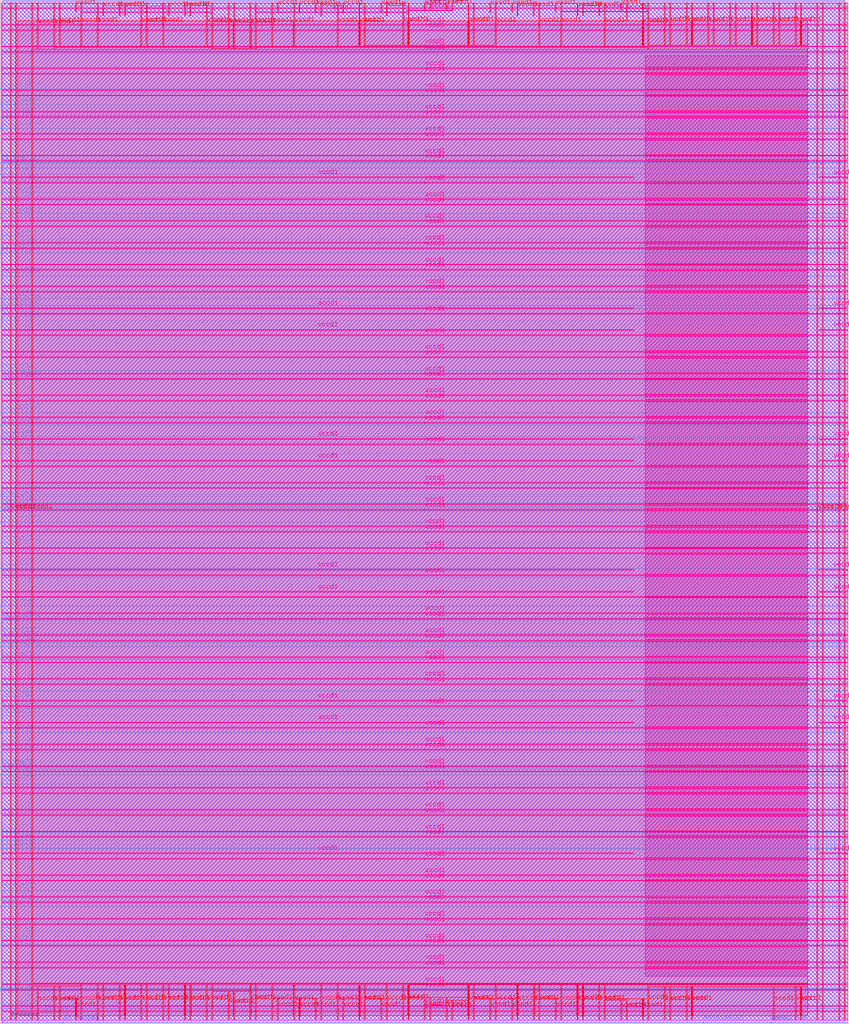
<source format=lef>
VERSION 5.7 ;
  NOWIREEXTENSIONATPIN ON ;
  DIVIDERCHAR "/" ;
  BUSBITCHARS "[]" ;
MACRO efpga_core
  CLASS BLOCK ;
  FOREIGN efpga_core ;
  ORIGIN 0.000 0.000 ;
  SIZE 2920.000 BY 3520.000 ;
  PIN ComActive
    DIRECTION OUTPUT ;
    USE SIGNAL ;
    ANTENNADIFFAREA 2.673000 ;
    PORT
      LAYER met2 ;
        RECT 2646.930 0.000 2647.210 4.000 ;
    END
  END ComActive
  PIN ReceiveLED
    DIRECTION OUTPUT ;
    USE SIGNAL ;
    ANTENNADIFFAREA 2.673000 ;
    PORT
      LAYER met2 ;
        RECT 2418.310 0.000 2418.590 4.000 ;
    END
  END ReceiveLED
  PIN Rx
    DIRECTION INPUT ;
    USE SIGNAL ;
    ANTENNAGATEAREA 0.196500 ;
    PORT
      LAYER met2 ;
        RECT 2653.370 0.000 2653.650 4.000 ;
    END
  END Rx
  PIN clk
    DIRECTION INPUT ;
    USE SIGNAL ;
    ANTENNAGATEAREA 0.213000 ;
    PORT
      LAYER met3 ;
        RECT 0.000 3335.440 4.000 3336.040 ;
    END
  END clk
  PIN io_in[0]
    DIRECTION INPUT ;
    USE SIGNAL ;
    ANTENNAGATEAREA 0.213000 ;
    PORT
      LAYER met3 ;
        RECT 0.000 112.240 4.000 112.840 ;
    END
  END io_in[0]
  PIN io_in[10]
    DIRECTION INPUT ;
    USE SIGNAL ;
    ANTENNAGATEAREA 0.126000 ;
    PORT
      LAYER met3 ;
        RECT 0.000 1309.040 4.000 1309.640 ;
    END
  END io_in[10]
  PIN io_in[11]
    DIRECTION INPUT ;
    USE SIGNAL ;
    ANTENNAGATEAREA 0.196500 ;
    PORT
      LAYER met3 ;
        RECT 0.000 1336.240 4.000 1336.840 ;
    END
  END io_in[11]
  PIN io_in[12]
    DIRECTION INPUT ;
    USE SIGNAL ;
    ANTENNAGATEAREA 0.126000 ;
    PORT
      LAYER met3 ;
        RECT 0.000 1533.440 4.000 1534.040 ;
    END
  END io_in[12]
  PIN io_in[13]
    DIRECTION INPUT ;
    USE SIGNAL ;
    ANTENNAGATEAREA 0.196500 ;
    PORT
      LAYER met3 ;
        RECT 0.000 1564.040 4.000 1564.640 ;
    END
  END io_in[13]
  PIN io_in[14]
    DIRECTION INPUT ;
    USE SIGNAL ;
    ANTENNAGATEAREA 0.126000 ;
    PORT
      LAYER met3 ;
        RECT 0.000 1761.240 4.000 1761.840 ;
    END
  END io_in[14]
  PIN io_in[15]
    DIRECTION INPUT ;
    USE SIGNAL ;
    ANTENNAGATEAREA 0.196500 ;
    PORT
      LAYER met3 ;
        RECT 0.000 1788.440 4.000 1789.040 ;
    END
  END io_in[15]
  PIN io_in[16]
    DIRECTION INPUT ;
    USE SIGNAL ;
    ANTENNAGATEAREA 0.126000 ;
    PORT
      LAYER met3 ;
        RECT 0.000 1989.040 4.000 1989.640 ;
    END
  END io_in[16]
  PIN io_in[17]
    DIRECTION INPUT ;
    USE SIGNAL ;
    ANTENNAGATEAREA 0.196500 ;
    PORT
      LAYER met3 ;
        RECT 0.000 2016.240 4.000 2016.840 ;
    END
  END io_in[17]
  PIN io_in[18]
    DIRECTION INPUT ;
    USE SIGNAL ;
    ANTENNAGATEAREA 0.126000 ;
    PORT
      LAYER met3 ;
        RECT 0.000 2213.440 4.000 2214.040 ;
    END
  END io_in[18]
  PIN io_in[19]
    DIRECTION INPUT ;
    USE SIGNAL ;
    ANTENNAGATEAREA 0.196500 ;
    PORT
      LAYER met3 ;
        RECT 0.000 2244.040 4.000 2244.640 ;
    END
  END io_in[19]
  PIN io_in[1]
    DIRECTION INPUT ;
    USE SIGNAL ;
    ANTENNAGATEAREA 0.213000 ;
    PORT
      LAYER met3 ;
        RECT 0.000 115.640 4.000 116.240 ;
    END
  END io_in[1]
  PIN io_in[20]
    DIRECTION INPUT ;
    USE SIGNAL ;
    ANTENNAGATEAREA 0.126000 ;
    PORT
      LAYER met3 ;
        RECT 0.000 2441.240 4.000 2441.840 ;
    END
  END io_in[20]
  PIN io_in[21]
    DIRECTION INPUT ;
    USE SIGNAL ;
    ANTENNAGATEAREA 0.196500 ;
    PORT
      LAYER met3 ;
        RECT 0.000 2468.440 4.000 2469.040 ;
    END
  END io_in[21]
  PIN io_in[22]
    DIRECTION INPUT ;
    USE SIGNAL ;
    ANTENNAGATEAREA 0.126000 ;
    PORT
      LAYER met3 ;
        RECT 0.000 2665.640 4.000 2666.240 ;
    END
  END io_in[22]
  PIN io_in[23]
    DIRECTION INPUT ;
    USE SIGNAL ;
    ANTENNAGATEAREA 0.196500 ;
    PORT
      LAYER met3 ;
        RECT 0.000 2696.240 4.000 2696.840 ;
    END
  END io_in[23]
  PIN io_in[24]
    DIRECTION INPUT ;
    USE SIGNAL ;
    ANTENNAGATEAREA 0.126000 ;
    PORT
      LAYER met3 ;
        RECT 0.000 2893.440 4.000 2894.040 ;
    END
  END io_in[24]
  PIN io_in[25]
    DIRECTION INPUT ;
    USE SIGNAL ;
    ANTENNAGATEAREA 0.196500 ;
    PORT
      LAYER met3 ;
        RECT 0.000 2920.640 4.000 2921.240 ;
    END
  END io_in[25]
  PIN io_in[26]
    DIRECTION INPUT ;
    USE SIGNAL ;
    ANTENNAGATEAREA 0.126000 ;
    PORT
      LAYER met3 ;
        RECT 0.000 3117.840 4.000 3118.440 ;
    END
  END io_in[26]
  PIN io_in[27]
    DIRECTION INPUT ;
    USE SIGNAL ;
    ANTENNAGATEAREA 0.196500 ;
    PORT
      LAYER met3 ;
        RECT 0.000 3148.440 4.000 3149.040 ;
    END
  END io_in[27]
  PIN io_in[2]
    DIRECTION INPUT ;
    USE SIGNAL ;
    ANTENNAGATEAREA 0.126000 ;
    PORT
      LAYER met3 ;
        RECT 0.000 401.240 4.000 401.840 ;
    END
  END io_in[2]
  PIN io_in[3]
    DIRECTION INPUT ;
    USE SIGNAL ;
    ANTENNAGATEAREA 0.196500 ;
    PORT
      LAYER met3 ;
        RECT 0.000 431.840 4.000 432.440 ;
    END
  END io_in[3]
  PIN io_in[4]
    DIRECTION INPUT ;
    USE SIGNAL ;
    ANTENNAGATEAREA 0.126000 ;
    PORT
      LAYER met3 ;
        RECT 0.000 629.040 4.000 629.640 ;
    END
  END io_in[4]
  PIN io_in[5]
    DIRECTION INPUT ;
    USE SIGNAL ;
    ANTENNAGATEAREA 0.196500 ;
    PORT
      LAYER met3 ;
        RECT 0.000 656.240 4.000 656.840 ;
    END
  END io_in[5]
  PIN io_in[6]
    DIRECTION INPUT ;
    USE SIGNAL ;
    ANTENNAGATEAREA 0.126000 ;
    PORT
      LAYER met3 ;
        RECT 0.000 853.440 4.000 854.040 ;
    END
  END io_in[6]
  PIN io_in[7]
    DIRECTION INPUT ;
    USE SIGNAL ;
    ANTENNAGATEAREA 0.196500 ;
    PORT
      LAYER met3 ;
        RECT 0.000 884.040 4.000 884.640 ;
    END
  END io_in[7]
  PIN io_in[8]
    DIRECTION INPUT ;
    USE SIGNAL ;
    ANTENNAGATEAREA 0.126000 ;
    PORT
      LAYER met3 ;
        RECT 0.000 1081.240 4.000 1081.840 ;
    END
  END io_in[8]
  PIN io_in[9]
    DIRECTION INPUT ;
    USE SIGNAL ;
    ANTENNAGATEAREA 0.196500 ;
    PORT
      LAYER met3 ;
        RECT 0.000 1111.840 4.000 1112.440 ;
    END
  END io_in[9]
  PIN io_oeb[0]
    DIRECTION OUTPUT ;
    USE SIGNAL ;
    ANTENNADIFFAREA 2.673000 ;
    PORT
      LAYER met2 ;
        RECT 215.830 0.000 216.110 4.000 ;
    END
  END io_oeb[0]
  PIN io_oeb[10]
    DIRECTION OUTPUT ;
    USE SIGNAL ;
    ANTENNADIFFAREA 2.673000 ;
    PORT
      LAYER met3 ;
        RECT 0.000 1251.240 4.000 1251.840 ;
    END
  END io_oeb[10]
  PIN io_oeb[11]
    DIRECTION OUTPUT ;
    USE SIGNAL ;
    ANTENNADIFFAREA 2.673000 ;
    PORT
      LAYER met3 ;
        RECT 0.000 1390.640 4.000 1391.240 ;
    END
  END io_oeb[11]
  PIN io_oeb[12]
    DIRECTION OUTPUT ;
    USE SIGNAL ;
    ANTENNADIFFAREA 2.673000 ;
    PORT
      LAYER met3 ;
        RECT 0.000 1227.440 4.000 1228.040 ;
    END
  END io_oeb[12]
  PIN io_oeb[13]
    DIRECTION OUTPUT ;
    USE SIGNAL ;
    ANTENNADIFFAREA 2.673000 ;
    PORT
      LAYER met3 ;
        RECT 0.000 1142.440 4.000 1143.040 ;
    END
  END io_oeb[13]
  PIN io_oeb[14]
    DIRECTION OUTPUT ;
    USE SIGNAL ;
    ANTENNADIFFAREA 2.673000 ;
    PORT
      LAYER met3 ;
        RECT 0.000 1723.840 4.000 1724.440 ;
    END
  END io_oeb[14]
  PIN io_oeb[15]
    DIRECTION OUTPUT ;
    USE SIGNAL ;
    ANTENNADIFFAREA 2.673000 ;
    PORT
      LAYER met3 ;
        RECT 0.000 1339.640 4.000 1340.240 ;
    END
  END io_oeb[15]
  PIN io_oeb[16]
    DIRECTION OUTPUT ;
    USE SIGNAL ;
    ANTENNADIFFAREA 2.673000 ;
    PORT
      LAYER met3 ;
        RECT 0.000 1958.440 4.000 1959.040 ;
    END
  END io_oeb[16]
  PIN io_oeb[17]
    DIRECTION OUTPUT ;
    USE SIGNAL ;
    ANTENNADIFFAREA 2.673000 ;
    PORT
      LAYER met3 ;
        RECT 0.000 2009.440 4.000 2010.040 ;
    END
  END io_oeb[17]
  PIN io_oeb[18]
    DIRECTION OUTPUT ;
    USE SIGNAL ;
    ANTENNADIFFAREA 2.673000 ;
    PORT
      LAYER met3 ;
        RECT 0.000 2570.440 4.000 2571.040 ;
    END
  END io_oeb[18]
  PIN io_oeb[19]
    DIRECTION OUTPUT ;
    USE SIGNAL ;
    ANTENNADIFFAREA 2.673000 ;
    PORT
      LAYER met3 ;
        RECT 0.000 2097.840 4.000 2098.440 ;
    END
  END io_oeb[19]
  PIN io_oeb[1]
    DIRECTION OUTPUT ;
    USE SIGNAL ;
    ANTENNADIFFAREA 2.673000 ;
    PORT
      LAYER met3 ;
        RECT 0.000 51.040 4.000 51.640 ;
    END
  END io_oeb[1]
  PIN io_oeb[20]
    DIRECTION OUTPUT ;
    USE SIGNAL ;
    ANTENNADIFFAREA 2.673000 ;
    PORT
      LAYER met3 ;
        RECT 0.000 2648.640 4.000 2649.240 ;
    END
  END io_oeb[20]
  PIN io_oeb[21]
    DIRECTION OUTPUT ;
    USE SIGNAL ;
    ANTENNADIFFAREA 2.673000 ;
    PORT
      LAYER met3 ;
        RECT 0.000 2784.640 4.000 2785.240 ;
    END
  END io_oeb[21]
  PIN io_oeb[22]
    DIRECTION OUTPUT ;
    USE SIGNAL ;
    ANTENNADIFFAREA 2.673000 ;
    PORT
      LAYER met3 ;
        RECT 0.000 2458.240 4.000 2458.840 ;
    END
  END io_oeb[22]
  PIN io_oeb[23]
    DIRECTION OUTPUT ;
    USE SIGNAL ;
    ANTENNADIFFAREA 2.673000 ;
    PORT
      LAYER met3 ;
        RECT 0.000 2771.040 4.000 2771.640 ;
    END
  END io_oeb[23]
  PIN io_oeb[24]
    DIRECTION OUTPUT ;
    USE SIGNAL ;
    ANTENNADIFFAREA 2.673000 ;
    PORT
      LAYER met3 ;
        RECT 0.000 2958.040 4.000 2958.640 ;
    END
  END io_oeb[24]
  PIN io_oeb[25]
    DIRECTION OUTPUT ;
    USE SIGNAL ;
    ANTENNADIFFAREA 2.673000 ;
    PORT
      LAYER met3 ;
        RECT 0.000 2839.040 4.000 2839.640 ;
    END
  END io_oeb[25]
  PIN io_oeb[26]
    DIRECTION OUTPUT ;
    USE SIGNAL ;
    ANTENNADIFFAREA 2.673000 ;
    PORT
      LAYER met3 ;
        RECT 0.000 2856.040 4.000 2856.640 ;
    END
  END io_oeb[26]
  PIN io_oeb[27]
    DIRECTION OUTPUT ;
    USE SIGNAL ;
    ANTENNADIFFAREA 2.673000 ;
    PORT
      LAYER met3 ;
        RECT 0.000 3213.040 4.000 3213.640 ;
    END
  END io_oeb[27]
  PIN io_oeb[2]
    DIRECTION OUTPUT ;
    USE SIGNAL ;
    ANTENNADIFFAREA 2.673000 ;
    PORT
      LAYER met3 ;
        RECT 0.000 598.440 4.000 599.040 ;
    END
  END io_oeb[2]
  PIN io_oeb[3]
    DIRECTION OUTPUT ;
    USE SIGNAL ;
    ANTENNADIFFAREA 2.673000 ;
    PORT
      LAYER met3 ;
        RECT 0.000 615.440 4.000 616.040 ;
    END
  END io_oeb[3]
  PIN io_oeb[4]
    DIRECTION OUTPUT ;
    USE SIGNAL ;
    ANTENNADIFFAREA 2.673000 ;
    PORT
      LAYER met3 ;
        RECT 0.000 268.640 4.000 269.240 ;
    END
  END io_oeb[4]
  PIN io_oeb[5]
    DIRECTION OUTPUT ;
    USE SIGNAL ;
    ANTENNADIFFAREA 2.673000 ;
    PORT
      LAYER met3 ;
        RECT 0.000 1387.240 4.000 1387.840 ;
    END
  END io_oeb[5]
  PIN io_oeb[6]
    DIRECTION OUTPUT ;
    USE SIGNAL ;
    ANTENNADIFFAREA 2.673000 ;
    PORT
      LAYER met3 ;
        RECT 0.000 720.840 4.000 721.440 ;
    END
  END io_oeb[6]
  PIN io_oeb[7]
    DIRECTION OUTPUT ;
    USE SIGNAL ;
    ANTENNADIFFAREA 2.673000 ;
    PORT
      LAYER met3 ;
        RECT 0.000 822.840 4.000 823.440 ;
    END
  END io_oeb[7]
  PIN io_oeb[8]
    DIRECTION OUTPUT ;
    USE SIGNAL ;
    ANTENNADIFFAREA 2.673000 ;
    PORT
      LAYER met3 ;
        RECT 0.000 999.640 4.000 1000.240 ;
    END
  END io_oeb[8]
  PIN io_oeb[9]
    DIRECTION OUTPUT ;
    USE SIGNAL ;
    ANTENNADIFFAREA 2.673000 ;
    PORT
      LAYER met3 ;
        RECT 0.000 880.640 4.000 881.240 ;
    END
  END io_oeb[9]
  PIN io_out[0]
    DIRECTION OUTPUT ;
    USE SIGNAL ;
    ANTENNADIFFAREA 2.673000 ;
    PORT
      LAYER met2 ;
        RECT 212.610 0.000 212.890 4.000 ;
    END
  END io_out[0]
  PIN io_out[10]
    DIRECTION OUTPUT ;
    USE SIGNAL ;
    ANTENNADIFFAREA 2.673000 ;
    PORT
      LAYER met3 ;
        RECT 0.000 1295.440 4.000 1296.040 ;
    END
  END io_out[10]
  PIN io_out[11]
    DIRECTION OUTPUT ;
    USE SIGNAL ;
    ANTENNADIFFAREA 2.673000 ;
    PORT
      LAYER met3 ;
        RECT 0.000 1057.440 4.000 1058.040 ;
    END
  END io_out[11]
  PIN io_out[12]
    DIRECTION OUTPUT ;
    USE SIGNAL ;
    ANTENNADIFFAREA 2.673000 ;
    PORT
      LAYER met3 ;
        RECT 0.000 1652.440 4.000 1653.040 ;
    END
  END io_out[12]
  PIN io_out[13]
    DIRECTION OUTPUT ;
    USE SIGNAL ;
    ANTENNADIFFAREA 2.673000 ;
    PORT
      LAYER met3 ;
        RECT 0.000 1819.040 4.000 1819.640 ;
    END
  END io_out[13]
  PIN io_out[14]
    DIRECTION OUTPUT ;
    USE SIGNAL ;
    ANTENNADIFFAREA 2.673000 ;
    PORT
      LAYER met3 ;
        RECT 0.000 1373.640 4.000 1374.240 ;
    END
  END io_out[14]
  PIN io_out[15]
    DIRECTION OUTPUT ;
    USE SIGNAL ;
    ANTENNADIFFAREA 2.673000 ;
    PORT
      LAYER met3 ;
        RECT 0.000 1812.240 4.000 1812.840 ;
    END
  END io_out[15]
  PIN io_out[16]
    DIRECTION OUTPUT ;
    USE SIGNAL ;
    ANTENNADIFFAREA 2.673000 ;
    PORT
      LAYER met3 ;
        RECT 0.000 2220.240 4.000 2220.840 ;
    END
  END io_out[16]
  PIN io_out[17]
    DIRECTION OUTPUT ;
    USE SIGNAL ;
    ANTENNADIFFAREA 2.673000 ;
    PORT
      LAYER met3 ;
        RECT 0.000 1774.840 4.000 1775.440 ;
    END
  END io_out[17]
  PIN io_out[18]
    DIRECTION OUTPUT ;
    USE SIGNAL ;
    ANTENNADIFFAREA 2.673000 ;
    PORT
      LAYER met3 ;
        RECT 0.000 2057.040 4.000 2057.640 ;
    END
  END io_out[18]
  PIN io_out[19]
    DIRECTION OUTPUT ;
    USE SIGNAL ;
    ANTENNADIFFAREA 2.673000 ;
    PORT
      LAYER met3 ;
        RECT 0.000 2101.240 4.000 2101.840 ;
    END
  END io_out[19]
  PIN io_out[1]
    DIRECTION OUTPUT ;
    USE SIGNAL ;
    ANTENNADIFFAREA 2.673000 ;
    PORT
      LAYER met3 ;
        RECT 0.000 119.040 4.000 119.640 ;
    END
  END io_out[1]
  PIN io_out[20]
    DIRECTION OUTPUT ;
    USE SIGNAL ;
    ANTENNADIFFAREA 2.673000 ;
    PORT
      LAYER met3 ;
        RECT 0.000 2941.040 4.000 2941.640 ;
    END
  END io_out[20]
  PIN io_out[21]
    DIRECTION OUTPUT ;
    USE SIGNAL ;
    ANTENNADIFFAREA 2.673000 ;
    PORT
      LAYER met3 ;
        RECT 0.000 2492.240 4.000 2492.840 ;
    END
  END io_out[21]
  PIN io_out[22]
    DIRECTION OUTPUT ;
    USE SIGNAL ;
    ANTENNADIFFAREA 2.673000 ;
    PORT
      LAYER met3 ;
        RECT 0.000 2417.440 4.000 2418.040 ;
    END
  END io_out[22]
  PIN io_out[23]
    DIRECTION OUTPUT ;
    USE SIGNAL ;
    ANTENNADIFFAREA 2.673000 ;
    PORT
      LAYER met3 ;
        RECT 0.000 3121.240 4.000 3121.840 ;
    END
  END io_out[23]
  PIN io_out[24]
    DIRECTION OUTPUT ;
    USE SIGNAL ;
    ANTENNADIFFAREA 2.673000 ;
    PORT
      LAYER met3 ;
        RECT 0.000 2961.440 4.000 2962.040 ;
    END
  END io_out[24]
  PIN io_out[25]
    DIRECTION OUTPUT ;
    USE SIGNAL ;
    ANTENNADIFFAREA 2.673000 ;
    PORT
      LAYER met3 ;
        RECT 0.000 3158.640 4.000 3159.240 ;
    END
  END io_out[25]
  PIN io_out[26]
    DIRECTION OUTPUT ;
    USE SIGNAL ;
    ANTENNADIFFAREA 2.673000 ;
    PORT
      LAYER met3 ;
        RECT 0.000 3077.040 4.000 3077.640 ;
    END
  END io_out[26]
  PIN io_out[27]
    DIRECTION OUTPUT ;
    USE SIGNAL ;
    ANTENNADIFFAREA 2.673000 ;
    PORT
      LAYER met2 ;
        RECT 96.690 3516.000 96.970 3520.000 ;
    END
  END io_out[27]
  PIN io_out[2]
    DIRECTION OUTPUT ;
    USE SIGNAL ;
    ANTENNADIFFAREA 2.673000 ;
    PORT
      LAYER met3 ;
        RECT 0.000 455.640 4.000 456.240 ;
    END
  END io_out[2]
  PIN io_out[3]
    DIRECTION OUTPUT ;
    USE SIGNAL ;
    ANTENNADIFFAREA 2.673000 ;
    PORT
      LAYER met3 ;
        RECT 0.000 316.240 4.000 316.840 ;
    END
  END io_out[3]
  PIN io_out[4]
    DIRECTION OUTPUT ;
    USE SIGNAL ;
    ANTENNADIFFAREA 2.673000 ;
    PORT
      LAYER met3 ;
        RECT 0.000 1434.840 4.000 1435.440 ;
    END
  END io_out[4]
  PIN io_out[5]
    DIRECTION OUTPUT ;
    USE SIGNAL ;
    ANTENNADIFFAREA 2.673000 ;
    PORT
      LAYER met3 ;
        RECT 0.000 601.840 4.000 602.440 ;
    END
  END io_out[5]
  PIN io_out[6]
    DIRECTION OUTPUT ;
    USE SIGNAL ;
    ANTENNADIFFAREA 2.673000 ;
    PORT
      LAYER met3 ;
        RECT 0.000 873.840 4.000 874.440 ;
    END
  END io_out[6]
  PIN io_out[7]
    DIRECTION OUTPUT ;
    USE SIGNAL ;
    ANTENNADIFFAREA 2.673000 ;
    PORT
      LAYER met3 ;
        RECT 0.000 282.240 4.000 282.840 ;
    END
  END io_out[7]
  PIN io_out[8]
    DIRECTION OUTPUT ;
    USE SIGNAL ;
    ANTENNADIFFAREA 2.673000 ;
    PORT
      LAYER met3 ;
        RECT 0.000 955.440 4.000 956.040 ;
    END
  END io_out[8]
  PIN io_out[9]
    DIRECTION OUTPUT ;
    USE SIGNAL ;
    ANTENNADIFFAREA 2.673000 ;
    PORT
      LAYER met3 ;
        RECT 0.000 931.640 4.000 932.240 ;
    END
  END io_out[9]
  PIN resetn
    DIRECTION INPUT ;
    USE SIGNAL ;
    ANTENNAGATEAREA 0.196500 ;
    PORT
      LAYER met2 ;
        RECT 2650.150 0.000 2650.430 4.000 ;
    END
  END resetn
  PIN vccd1
    DIRECTION INOUT ;
    USE POWER ;
    PORT
      LAYER met4 ;
        RECT 52.570 10.640 55.670 3509.040 ;
    END
    PORT
      LAYER met4 ;
        RECT 127.570 10.640 130.670 127.395 ;
    END
    PORT
      LAYER met4 ;
        RECT 127.570 3350.425 130.670 3509.040 ;
    END
    PORT
      LAYER met4 ;
        RECT 202.570 10.640 205.670 126.000 ;
    END
    PORT
      LAYER met4 ;
        RECT 202.570 3357.905 205.670 3509.040 ;
    END
    PORT
      LAYER met4 ;
        RECT 277.570 10.640 280.670 131.275 ;
    END
    PORT
      LAYER met4 ;
        RECT 277.570 3357.905 280.670 3509.040 ;
    END
    PORT
      LAYER met4 ;
        RECT 352.570 10.640 355.670 131.275 ;
    END
    PORT
      LAYER met4 ;
        RECT 352.570 3465.065 355.670 3509.040 ;
    END
    PORT
      LAYER met4 ;
        RECT 427.570 10.640 430.670 131.275 ;
    END
    PORT
      LAYER met4 ;
        RECT 427.570 3465.065 430.670 3509.040 ;
    END
    PORT
      LAYER met4 ;
        RECT 502.570 10.640 505.670 131.275 ;
    END
    PORT
      LAYER met4 ;
        RECT 502.570 3357.905 505.670 3509.040 ;
    END
    PORT
      LAYER met4 ;
        RECT 577.570 10.640 580.670 131.275 ;
    END
    PORT
      LAYER met4 ;
        RECT 577.570 3465.065 580.670 3509.040 ;
    END
    PORT
      LAYER met4 ;
        RECT 652.570 10.640 655.670 131.275 ;
    END
    PORT
      LAYER met4 ;
        RECT 652.570 3465.065 655.670 3509.040 ;
    END
    PORT
      LAYER met4 ;
        RECT 727.570 10.640 730.670 135.355 ;
    END
    PORT
      LAYER met4 ;
        RECT 727.570 3351.105 730.670 3509.040 ;
    END
    PORT
      LAYER met4 ;
        RECT 802.570 10.640 805.670 110.135 ;
    END
    PORT
      LAYER met4 ;
        RECT 802.570 3351.105 805.670 3509.040 ;
    END
    PORT
      LAYER met4 ;
        RECT 877.570 10.640 880.670 135.355 ;
    END
    PORT
      LAYER met4 ;
        RECT 877.570 3351.105 880.670 3509.040 ;
    END
    PORT
      LAYER met4 ;
        RECT 952.570 10.640 955.670 84.940 ;
    END
    PORT
      LAYER met4 ;
        RECT 952.570 3478.020 955.670 3509.040 ;
    END
    PORT
      LAYER met4 ;
        RECT 1027.570 10.640 1030.670 84.940 ;
    END
    PORT
      LAYER met4 ;
        RECT 1027.570 3478.020 1030.670 3509.040 ;
    END
    PORT
      LAYER met4 ;
        RECT 1102.570 10.640 1105.670 131.275 ;
    END
    PORT
      LAYER met4 ;
        RECT 1102.570 3465.065 1105.670 3509.040 ;
    END
    PORT
      LAYER met4 ;
        RECT 1177.570 10.640 1180.670 84.940 ;
    END
    PORT
      LAYER met4 ;
        RECT 1177.570 3478.020 1180.670 3509.040 ;
    END
    PORT
      LAYER met4 ;
        RECT 1252.570 10.640 1255.670 131.275 ;
    END
    PORT
      LAYER met4 ;
        RECT 1252.570 3357.905 1255.670 3509.040 ;
    END
    PORT
      LAYER met4 ;
        RECT 1327.570 10.640 1330.670 131.275 ;
    END
    PORT
      LAYER met4 ;
        RECT 1327.570 3465.065 1330.670 3509.040 ;
    END
    PORT
      LAYER met4 ;
        RECT 1402.570 10.640 1405.670 137.395 ;
    END
    PORT
      LAYER met4 ;
        RECT 1402.570 3363.765 1405.670 3509.040 ;
    END
    PORT
      LAYER met4 ;
        RECT 1477.570 10.640 1480.670 89.055 ;
    END
    PORT
      LAYER met4 ;
        RECT 1477.570 3482.065 1480.670 3509.040 ;
    END
    PORT
      LAYER met4 ;
        RECT 1552.570 10.640 1555.670 79.500 ;
    END
    PORT
      LAYER met4 ;
        RECT 1552.570 3483.460 1555.670 3509.040 ;
    END
    PORT
      LAYER met4 ;
        RECT 1627.570 10.640 1630.670 131.275 ;
    END
    PORT
      LAYER met4 ;
        RECT 1627.570 3363.765 1630.670 3509.040 ;
    END
    PORT
      LAYER met4 ;
        RECT 1702.570 10.640 1705.670 131.275 ;
    END
    PORT
      LAYER met4 ;
        RECT 1702.570 3357.905 1705.670 3509.040 ;
    END
    PORT
      LAYER met4 ;
        RECT 1777.570 10.640 1780.670 131.275 ;
    END
    PORT
      LAYER met4 ;
        RECT 1777.570 3465.065 1780.670 3509.040 ;
    END
    PORT
      LAYER met4 ;
        RECT 1852.570 10.640 1855.670 131.275 ;
    END
    PORT
      LAYER met4 ;
        RECT 1852.570 3357.905 1855.670 3509.040 ;
    END
    PORT
      LAYER met4 ;
        RECT 1927.570 10.640 1930.670 131.275 ;
    END
    PORT
      LAYER met4 ;
        RECT 1927.570 3357.905 1930.670 3509.040 ;
    END
    PORT
      LAYER met4 ;
        RECT 2002.570 10.640 2005.670 131.275 ;
    END
    PORT
      LAYER met4 ;
        RECT 2002.570 3465.065 2005.670 3509.040 ;
    END
    PORT
      LAYER met4 ;
        RECT 2077.570 10.640 2080.670 131.275 ;
    END
    PORT
      LAYER met4 ;
        RECT 2077.570 3359.265 2080.670 3509.040 ;
    END
    PORT
      LAYER met4 ;
        RECT 2152.570 10.640 2155.670 83.615 ;
    END
    PORT
      LAYER met4 ;
        RECT 2152.570 3448.065 2155.670 3509.040 ;
    END
    PORT
      LAYER met4 ;
        RECT 2227.570 10.640 2230.670 133.315 ;
    END
    PORT
      LAYER met4 ;
        RECT 2227.570 3350.845 2230.670 3509.040 ;
    END
    PORT
      LAYER met4 ;
        RECT 2302.570 10.640 2305.670 125.340 ;
    END
    PORT
      LAYER met4 ;
        RECT 2302.570 3363.580 2305.670 3509.040 ;
    END
    PORT
      LAYER met4 ;
        RECT 2377.570 10.640 2380.670 125.340 ;
    END
    PORT
      LAYER met4 ;
        RECT 2377.570 3363.580 2380.670 3509.040 ;
    END
    PORT
      LAYER met4 ;
        RECT 2452.570 3363.580 2455.670 3509.040 ;
    END
    PORT
      LAYER met4 ;
        RECT 2527.570 3363.580 2530.670 3509.040 ;
    END
    PORT
      LAYER met4 ;
        RECT 2602.570 3363.580 2605.670 3509.040 ;
    END
    PORT
      LAYER met4 ;
        RECT 2677.570 3363.580 2680.670 3509.040 ;
    END
    PORT
      LAYER met4 ;
        RECT 2752.570 10.640 2755.670 125.340 ;
    END
    PORT
      LAYER met4 ;
        RECT 2752.570 3363.580 2755.670 3509.040 ;
    END
    PORT
      LAYER met4 ;
        RECT 2827.570 10.640 2830.670 3509.040 ;
    END
    PORT
      LAYER met4 ;
        RECT 2902.570 10.640 2905.670 3509.040 ;
    END
    PORT
      LAYER met5 ;
        RECT 5.280 57.930 2914.340 61.030 ;
    END
    PORT
      LAYER met5 ;
        RECT 5.280 132.930 2914.340 136.030 ;
    END
    PORT
      LAYER met5 ;
        RECT 5.280 207.930 2914.340 211.030 ;
    END
    PORT
      LAYER met5 ;
        RECT 5.280 282.930 2914.340 286.030 ;
    END
    PORT
      LAYER met5 ;
        RECT 5.280 357.930 2914.340 361.030 ;
    END
    PORT
      LAYER met5 ;
        RECT 5.280 432.930 2914.340 436.030 ;
    END
    PORT
      LAYER met5 ;
        RECT 5.280 507.930 2914.340 511.030 ;
    END
    PORT
      LAYER met5 ;
        RECT 5.280 582.930 2179.420 586.030 ;
    END
    PORT
      LAYER met5 ;
        RECT 5.280 657.930 2914.340 661.030 ;
    END
    PORT
      LAYER met5 ;
        RECT 5.280 732.930 2914.340 736.030 ;
    END
    PORT
      LAYER met5 ;
        RECT 5.280 807.930 2914.340 811.030 ;
    END
    PORT
      LAYER met5 ;
        RECT 5.280 882.930 2914.340 886.030 ;
    END
    PORT
      LAYER met5 ;
        RECT 5.280 957.930 2914.340 961.030 ;
    END
    PORT
      LAYER met5 ;
        RECT 5.280 1032.930 2179.420 1036.030 ;
    END
    PORT
      LAYER met5 ;
        RECT 5.280 1107.930 2179.420 1111.030 ;
    END
    PORT
      LAYER met5 ;
        RECT 5.280 1182.930 2914.340 1186.030 ;
    END
    PORT
      LAYER met5 ;
        RECT 5.280 1257.930 2914.340 1261.030 ;
    END
    PORT
      LAYER met5 ;
        RECT 5.280 1332.930 2914.340 1336.030 ;
    END
    PORT
      LAYER met5 ;
        RECT 5.280 1407.930 2914.340 1411.030 ;
    END
    PORT
      LAYER met5 ;
        RECT 5.280 1482.930 2179.420 1486.030 ;
    END
    PORT
      LAYER met5 ;
        RECT 5.280 1557.930 2179.420 1561.030 ;
    END
    PORT
      LAYER met5 ;
        RECT 5.280 1632.930 2914.340 1636.030 ;
    END
    PORT
      LAYER met5 ;
        RECT 5.280 1707.930 2914.340 1711.030 ;
    END
    PORT
      LAYER met5 ;
        RECT 5.280 1782.930 2914.340 1786.030 ;
    END
    PORT
      LAYER met5 ;
        RECT 5.280 1857.930 2914.340 1861.030 ;
    END
    PORT
      LAYER met5 ;
        RECT 5.280 1932.930 2179.420 1936.030 ;
    END
    PORT
      LAYER met5 ;
        RECT 5.280 2007.930 2179.420 2011.030 ;
    END
    PORT
      LAYER met5 ;
        RECT 5.280 2082.930 2914.340 2086.030 ;
    END
    PORT
      LAYER met5 ;
        RECT 5.280 2157.930 2914.340 2161.030 ;
    END
    PORT
      LAYER met5 ;
        RECT 5.280 2232.930 2914.340 2236.030 ;
    END
    PORT
      LAYER met5 ;
        RECT 5.280 2307.930 2914.340 2311.030 ;
    END
    PORT
      LAYER met5 ;
        RECT 5.280 2382.930 2179.420 2386.030 ;
    END
    PORT
      LAYER met5 ;
        RECT 5.280 2457.930 2179.420 2461.030 ;
    END
    PORT
      LAYER met5 ;
        RECT 5.280 2532.930 2914.340 2536.030 ;
    END
    PORT
      LAYER met5 ;
        RECT 5.280 2607.930 2914.340 2611.030 ;
    END
    PORT
      LAYER met5 ;
        RECT 5.280 2682.930 2914.340 2686.030 ;
    END
    PORT
      LAYER met5 ;
        RECT 5.280 2757.930 2914.340 2761.030 ;
    END
    PORT
      LAYER met5 ;
        RECT 5.280 2832.930 2914.340 2836.030 ;
    END
    PORT
      LAYER met5 ;
        RECT 5.280 2907.930 2179.420 2911.030 ;
    END
    PORT
      LAYER met5 ;
        RECT 5.280 2982.930 2914.340 2986.030 ;
    END
    PORT
      LAYER met5 ;
        RECT 5.280 3057.930 2914.340 3061.030 ;
    END
    PORT
      LAYER met5 ;
        RECT 5.280 3132.930 2914.340 3136.030 ;
    END
    PORT
      LAYER met5 ;
        RECT 5.280 3207.930 2914.340 3211.030 ;
    END
    PORT
      LAYER met5 ;
        RECT 5.280 3282.930 2914.340 3286.030 ;
    END
    PORT
      LAYER met5 ;
        RECT 5.280 3357.930 2914.340 3361.030 ;
    END
    PORT
      LAYER met5 ;
        RECT 5.280 3432.930 2914.340 3436.030 ;
    END
    PORT
      LAYER met5 ;
        RECT 2816.280 582.930 2914.340 586.030 ;
    END
    PORT
      LAYER met5 ;
        RECT 2816.280 1032.930 2914.340 1036.030 ;
    END
    PORT
      LAYER met5 ;
        RECT 2816.280 1107.930 2914.340 1111.030 ;
    END
    PORT
      LAYER met5 ;
        RECT 2816.280 1482.930 2914.340 1486.030 ;
    END
    PORT
      LAYER met5 ;
        RECT 2816.280 1557.930 2914.340 1561.030 ;
    END
    PORT
      LAYER met5 ;
        RECT 2816.280 1932.930 2914.340 1936.030 ;
    END
    PORT
      LAYER met5 ;
        RECT 2816.280 2007.930 2914.340 2011.030 ;
    END
    PORT
      LAYER met5 ;
        RECT 2816.280 2382.930 2914.340 2386.030 ;
    END
    PORT
      LAYER met5 ;
        RECT 2816.280 2457.930 2914.340 2461.030 ;
    END
    PORT
      LAYER met5 ;
        RECT 2816.280 2907.930 2914.340 2911.030 ;
    END
    PORT
      LAYER met5 ;
        RECT 277.570 3474.950 730.670 3478.050 ;
    END
    PORT
      LAYER met5 ;
        RECT 877.570 3474.950 1405.670 3478.050 ;
    END
    PORT
      LAYER met5 ;
        RECT 1402.570 3481.750 1555.670 3484.850 ;
    END
    PORT
      LAYER met5 ;
        RECT 1927.570 3478.350 2230.670 3481.450 ;
    END
  END vccd1
  PIN vssd1
    DIRECTION INOUT ;
    USE GROUND ;
    PORT
      LAYER met4 ;
        RECT 33.970 10.640 37.070 3509.040 ;
    END
    PORT
      LAYER met4 ;
        RECT 108.970 10.640 112.070 3509.040 ;
    END
    PORT
      LAYER met4 ;
        RECT 183.970 10.640 187.070 127.395 ;
    END
    PORT
      LAYER met4 ;
        RECT 183.970 3350.425 187.070 3509.040 ;
    END
    PORT
      LAYER met4 ;
        RECT 258.970 10.640 262.070 84.940 ;
    END
    PORT
      LAYER met4 ;
        RECT 258.970 3478.020 262.070 3509.040 ;
    END
    PORT
      LAYER met4 ;
        RECT 333.970 10.640 337.070 131.275 ;
    END
    PORT
      LAYER met4 ;
        RECT 333.970 3357.905 337.070 3509.040 ;
    END
    PORT
      LAYER met4 ;
        RECT 408.970 10.640 412.070 131.275 ;
    END
    PORT
      LAYER met4 ;
        RECT 408.970 3465.065 412.070 3509.040 ;
    END
    PORT
      LAYER met4 ;
        RECT 483.970 10.640 487.070 131.275 ;
    END
    PORT
      LAYER met4 ;
        RECT 483.970 3357.905 487.070 3509.040 ;
    END
    PORT
      LAYER met4 ;
        RECT 558.970 10.640 562.070 131.275 ;
    END
    PORT
      LAYER met4 ;
        RECT 558.970 3357.905 562.070 3509.040 ;
    END
    PORT
      LAYER met4 ;
        RECT 633.970 10.640 637.070 131.275 ;
    END
    PORT
      LAYER met4 ;
        RECT 633.970 3465.065 637.070 3509.040 ;
    END
    PORT
      LAYER met4 ;
        RECT 708.970 10.640 712.070 131.275 ;
    END
    PORT
      LAYER met4 ;
        RECT 708.970 3357.905 712.070 3509.040 ;
    END
    PORT
      LAYER met4 ;
        RECT 783.970 10.640 787.070 110.135 ;
    END
    PORT
      LAYER met4 ;
        RECT 783.970 3354.540 787.070 3509.040 ;
    END
    PORT
      LAYER met4 ;
        RECT 858.970 10.640 862.070 135.355 ;
    END
    PORT
      LAYER met4 ;
        RECT 858.970 3354.540 862.070 3509.040 ;
    END
    PORT
      LAYER met4 ;
        RECT 933.970 10.640 937.070 131.275 ;
    END
    PORT
      LAYER met4 ;
        RECT 933.970 3357.905 937.070 3509.040 ;
    END
    PORT
      LAYER met4 ;
        RECT 1008.970 10.640 1012.070 131.275 ;
    END
    PORT
      LAYER met4 ;
        RECT 1008.970 3357.905 1012.070 3509.040 ;
    END
    PORT
      LAYER met4 ;
        RECT 1083.970 10.640 1087.070 84.940 ;
    END
    PORT
      LAYER met4 ;
        RECT 1083.970 3478.020 1087.070 3509.040 ;
    END
    PORT
      LAYER met4 ;
        RECT 1158.970 10.640 1162.070 131.275 ;
    END
    PORT
      LAYER met4 ;
        RECT 1158.970 3357.905 1162.070 3509.040 ;
    END
    PORT
      LAYER met4 ;
        RECT 1233.970 10.640 1237.070 131.275 ;
    END
    PORT
      LAYER met4 ;
        RECT 1233.970 3357.905 1237.070 3509.040 ;
    END
    PORT
      LAYER met4 ;
        RECT 1308.970 10.640 1312.070 84.940 ;
    END
    PORT
      LAYER met4 ;
        RECT 1308.970 3478.020 1312.070 3509.040 ;
    END
    PORT
      LAYER met4 ;
        RECT 1383.970 10.640 1387.070 131.275 ;
    END
    PORT
      LAYER met4 ;
        RECT 1383.970 3363.765 1387.070 3509.040 ;
    END
    PORT
      LAYER met4 ;
        RECT 1458.970 10.640 1462.070 89.055 ;
    END
    PORT
      LAYER met4 ;
        RECT 1458.970 3482.065 1462.070 3509.040 ;
    END
    PORT
      LAYER met4 ;
        RECT 1533.970 10.640 1537.070 89.055 ;
    END
    PORT
      LAYER met4 ;
        RECT 1533.970 3482.065 1537.070 3509.040 ;
    END
    PORT
      LAYER met4 ;
        RECT 1608.970 10.640 1612.070 131.275 ;
    END
    PORT
      LAYER met4 ;
        RECT 1608.970 3363.765 1612.070 3509.040 ;
    END
    PORT
      LAYER met4 ;
        RECT 1683.970 10.640 1687.070 84.940 ;
    END
    PORT
      LAYER met4 ;
        RECT 1683.970 3478.020 1687.070 3509.040 ;
    END
    PORT
      LAYER met4 ;
        RECT 1758.970 10.640 1762.070 84.940 ;
    END
    PORT
      LAYER met4 ;
        RECT 1758.970 3478.020 1762.070 3509.040 ;
    END
    PORT
      LAYER met4 ;
        RECT 1833.970 10.640 1837.070 131.275 ;
    END
    PORT
      LAYER met4 ;
        RECT 1833.970 3465.065 1837.070 3509.040 ;
    END
    PORT
      LAYER met4 ;
        RECT 1908.970 10.640 1912.070 84.940 ;
    END
    PORT
      LAYER met4 ;
        RECT 1908.970 3478.020 1912.070 3509.040 ;
    END
    PORT
      LAYER met4 ;
        RECT 1983.970 10.640 1987.070 131.275 ;
    END
    PORT
      LAYER met4 ;
        RECT 1983.970 3465.065 1987.070 3509.040 ;
    END
    PORT
      LAYER met4 ;
        RECT 2058.970 10.640 2062.070 131.275 ;
    END
    PORT
      LAYER met4 ;
        RECT 2058.970 3465.065 2062.070 3509.040 ;
    END
    PORT
      LAYER met4 ;
        RECT 2133.970 10.640 2137.070 79.500 ;
    END
    PORT
      LAYER met4 ;
        RECT 2133.970 3483.460 2137.070 3509.040 ;
    END
    PORT
      LAYER met4 ;
        RECT 2208.970 10.640 2212.070 83.615 ;
    END
    PORT
      LAYER met4 ;
        RECT 2208.970 3359.265 2212.070 3509.040 ;
    END
    PORT
      LAYER met4 ;
        RECT 2283.970 10.640 2287.070 125.360 ;
    END
    PORT
      LAYER met4 ;
        RECT 2283.970 3363.580 2287.070 3509.040 ;
    END
    PORT
      LAYER met4 ;
        RECT 2358.970 10.640 2362.070 125.360 ;
    END
    PORT
      LAYER met4 ;
        RECT 2358.970 3363.580 2362.070 3509.040 ;
    END
    PORT
      LAYER met4 ;
        RECT 2433.970 3363.580 2437.070 3509.040 ;
    END
    PORT
      LAYER met4 ;
        RECT 2508.970 3363.580 2512.070 3509.040 ;
    END
    PORT
      LAYER met4 ;
        RECT 2583.970 3363.580 2587.070 3509.040 ;
    END
    PORT
      LAYER met4 ;
        RECT 2658.970 10.640 2662.070 125.340 ;
    END
    PORT
      LAYER met4 ;
        RECT 2658.970 3363.580 2662.070 3509.040 ;
    END
    PORT
      LAYER met4 ;
        RECT 2733.970 10.640 2737.070 125.360 ;
    END
    PORT
      LAYER met4 ;
        RECT 2733.970 3363.580 2737.070 3509.040 ;
    END
    PORT
      LAYER met4 ;
        RECT 2808.970 10.640 2812.070 3509.040 ;
    END
    PORT
      LAYER met4 ;
        RECT 2883.970 10.640 2887.070 3509.040 ;
    END
    PORT
      LAYER met5 ;
        RECT 5.280 39.330 2914.340 42.430 ;
    END
    PORT
      LAYER met5 ;
        RECT 5.280 114.330 2914.340 117.430 ;
    END
    PORT
      LAYER met5 ;
        RECT 5.280 189.330 2914.340 192.430 ;
    END
    PORT
      LAYER met5 ;
        RECT 5.280 264.330 2914.340 267.430 ;
    END
    PORT
      LAYER met5 ;
        RECT 5.280 339.330 2914.340 342.430 ;
    END
    PORT
      LAYER met5 ;
        RECT 5.280 414.330 2914.340 417.430 ;
    END
    PORT
      LAYER met5 ;
        RECT 5.280 489.330 2914.340 492.430 ;
    END
    PORT
      LAYER met5 ;
        RECT 5.280 564.330 2914.340 567.430 ;
    END
    PORT
      LAYER met5 ;
        RECT 5.280 639.330 2914.340 642.430 ;
    END
    PORT
      LAYER met5 ;
        RECT 5.280 714.330 2914.340 717.430 ;
    END
    PORT
      LAYER met5 ;
        RECT 5.280 789.330 2914.340 792.430 ;
    END
    PORT
      LAYER met5 ;
        RECT 5.280 864.330 2914.340 867.430 ;
    END
    PORT
      LAYER met5 ;
        RECT 5.280 939.330 2914.340 942.430 ;
    END
    PORT
      LAYER met5 ;
        RECT 5.280 1014.330 2914.340 1017.430 ;
    END
    PORT
      LAYER met5 ;
        RECT 5.280 1089.330 2914.340 1092.430 ;
    END
    PORT
      LAYER met5 ;
        RECT 5.280 1164.330 2914.340 1167.430 ;
    END
    PORT
      LAYER met5 ;
        RECT 5.280 1239.330 2914.340 1242.430 ;
    END
    PORT
      LAYER met5 ;
        RECT 5.280 1314.330 2914.340 1317.430 ;
    END
    PORT
      LAYER met5 ;
        RECT 5.280 1389.330 2914.340 1392.430 ;
    END
    PORT
      LAYER met5 ;
        RECT 5.280 1464.330 2914.340 1467.430 ;
    END
    PORT
      LAYER met5 ;
        RECT 5.280 1539.330 2914.340 1542.430 ;
    END
    PORT
      LAYER met5 ;
        RECT 5.280 1614.330 2914.340 1617.430 ;
    END
    PORT
      LAYER met5 ;
        RECT 5.280 1689.330 2914.340 1692.430 ;
    END
    PORT
      LAYER met5 ;
        RECT 5.280 1764.330 2914.340 1767.430 ;
    END
    PORT
      LAYER met5 ;
        RECT 5.280 1839.330 2914.340 1842.430 ;
    END
    PORT
      LAYER met5 ;
        RECT 5.280 1914.330 2914.340 1917.430 ;
    END
    PORT
      LAYER met5 ;
        RECT 5.280 1989.330 2914.340 1992.430 ;
    END
    PORT
      LAYER met5 ;
        RECT 5.280 2064.330 2914.340 2067.430 ;
    END
    PORT
      LAYER met5 ;
        RECT 5.280 2139.330 2914.340 2142.430 ;
    END
    PORT
      LAYER met5 ;
        RECT 5.280 2214.330 2914.340 2217.430 ;
    END
    PORT
      LAYER met5 ;
        RECT 5.280 2289.330 2914.340 2292.430 ;
    END
    PORT
      LAYER met5 ;
        RECT 5.280 2364.330 2914.340 2367.430 ;
    END
    PORT
      LAYER met5 ;
        RECT 5.280 2439.330 2914.340 2442.430 ;
    END
    PORT
      LAYER met5 ;
        RECT 5.280 2514.330 2914.340 2517.430 ;
    END
    PORT
      LAYER met5 ;
        RECT 5.280 2589.330 2914.340 2592.430 ;
    END
    PORT
      LAYER met5 ;
        RECT 5.280 2664.330 2914.340 2667.430 ;
    END
    PORT
      LAYER met5 ;
        RECT 5.280 2739.330 2914.340 2742.430 ;
    END
    PORT
      LAYER met5 ;
        RECT 5.280 2814.330 2914.340 2817.430 ;
    END
    PORT
      LAYER met5 ;
        RECT 5.280 2889.330 2914.340 2892.430 ;
    END
    PORT
      LAYER met5 ;
        RECT 5.280 2964.330 2914.340 2967.430 ;
    END
    PORT
      LAYER met5 ;
        RECT 5.280 3039.330 2914.340 3042.430 ;
    END
    PORT
      LAYER met5 ;
        RECT 5.280 3114.330 2914.340 3117.430 ;
    END
    PORT
      LAYER met5 ;
        RECT 5.280 3189.330 2914.340 3192.430 ;
    END
    PORT
      LAYER met5 ;
        RECT 5.280 3264.330 2914.340 3267.430 ;
    END
    PORT
      LAYER met5 ;
        RECT 5.280 3339.330 2914.340 3342.430 ;
    END
    PORT
      LAYER met5 ;
        RECT 5.280 3414.330 2914.340 3417.430 ;
    END
    PORT
      LAYER met5 ;
        RECT 5.280 3489.330 2914.340 3492.430 ;
    END
  END vssd1
  OBS
      LAYER nwell ;
        RECT 5.330 10.760 2914.290 3508.920 ;
      LAYER li1 ;
        RECT 5.520 10.795 2914.100 3508.885 ;
      LAYER met1 ;
        RECT 5.520 0.380 2914.100 3509.040 ;
      LAYER met2 ;
        RECT 6.080 3515.720 96.410 3516.690 ;
        RECT 97.250 3515.720 2905.530 3516.690 ;
        RECT 6.080 4.280 2905.530 3515.720 ;
        RECT 6.080 0.350 212.330 4.280 ;
        RECT 213.170 0.350 215.550 4.280 ;
        RECT 216.390 0.350 2418.030 4.280 ;
        RECT 2418.870 0.350 2646.650 4.280 ;
        RECT 2647.490 0.350 2649.870 4.280 ;
        RECT 2650.710 0.350 2653.090 4.280 ;
        RECT 2653.930 0.350 2905.530 4.280 ;
      LAYER met3 ;
        RECT 4.000 3336.440 2905.510 3508.965 ;
        RECT 4.400 3335.040 2905.510 3336.440 ;
        RECT 4.000 3214.040 2905.510 3335.040 ;
        RECT 4.400 3212.640 2905.510 3214.040 ;
        RECT 4.000 3159.640 2905.510 3212.640 ;
        RECT 4.400 3158.240 2905.510 3159.640 ;
        RECT 4.000 3149.440 2905.510 3158.240 ;
        RECT 4.400 3148.040 2905.510 3149.440 ;
        RECT 4.000 3122.240 2905.510 3148.040 ;
        RECT 4.400 3120.840 2905.510 3122.240 ;
        RECT 4.000 3118.840 2905.510 3120.840 ;
        RECT 4.400 3117.440 2905.510 3118.840 ;
        RECT 4.000 3078.040 2905.510 3117.440 ;
        RECT 4.400 3076.640 2905.510 3078.040 ;
        RECT 4.000 2962.440 2905.510 3076.640 ;
        RECT 4.400 2961.040 2905.510 2962.440 ;
        RECT 4.000 2959.040 2905.510 2961.040 ;
        RECT 4.400 2957.640 2905.510 2959.040 ;
        RECT 4.000 2942.040 2905.510 2957.640 ;
        RECT 4.400 2940.640 2905.510 2942.040 ;
        RECT 4.000 2921.640 2905.510 2940.640 ;
        RECT 4.400 2920.240 2905.510 2921.640 ;
        RECT 4.000 2894.440 2905.510 2920.240 ;
        RECT 4.400 2893.040 2905.510 2894.440 ;
        RECT 4.000 2857.040 2905.510 2893.040 ;
        RECT 4.400 2855.640 2905.510 2857.040 ;
        RECT 4.000 2840.040 2905.510 2855.640 ;
        RECT 4.400 2838.640 2905.510 2840.040 ;
        RECT 4.000 2785.640 2905.510 2838.640 ;
        RECT 4.400 2784.240 2905.510 2785.640 ;
        RECT 4.000 2772.040 2905.510 2784.240 ;
        RECT 4.400 2770.640 2905.510 2772.040 ;
        RECT 4.000 2697.240 2905.510 2770.640 ;
        RECT 4.400 2695.840 2905.510 2697.240 ;
        RECT 4.000 2666.640 2905.510 2695.840 ;
        RECT 4.400 2665.240 2905.510 2666.640 ;
        RECT 4.000 2649.640 2905.510 2665.240 ;
        RECT 4.400 2648.240 2905.510 2649.640 ;
        RECT 4.000 2571.440 2905.510 2648.240 ;
        RECT 4.400 2570.040 2905.510 2571.440 ;
        RECT 4.000 2493.240 2905.510 2570.040 ;
        RECT 4.400 2491.840 2905.510 2493.240 ;
        RECT 4.000 2469.440 2905.510 2491.840 ;
        RECT 4.400 2468.040 2905.510 2469.440 ;
        RECT 4.000 2459.240 2905.510 2468.040 ;
        RECT 4.400 2457.840 2905.510 2459.240 ;
        RECT 4.000 2442.240 2905.510 2457.840 ;
        RECT 4.400 2440.840 2905.510 2442.240 ;
        RECT 4.000 2418.440 2905.510 2440.840 ;
        RECT 4.400 2417.040 2905.510 2418.440 ;
        RECT 4.000 2245.040 2905.510 2417.040 ;
        RECT 4.400 2243.640 2905.510 2245.040 ;
        RECT 4.000 2221.240 2905.510 2243.640 ;
        RECT 4.400 2219.840 2905.510 2221.240 ;
        RECT 4.000 2214.440 2905.510 2219.840 ;
        RECT 4.400 2213.040 2905.510 2214.440 ;
        RECT 4.000 2102.240 2905.510 2213.040 ;
        RECT 4.400 2100.840 2905.510 2102.240 ;
        RECT 4.000 2098.840 2905.510 2100.840 ;
        RECT 4.400 2097.440 2905.510 2098.840 ;
        RECT 4.000 2058.040 2905.510 2097.440 ;
        RECT 4.400 2056.640 2905.510 2058.040 ;
        RECT 4.000 2017.240 2905.510 2056.640 ;
        RECT 4.400 2015.840 2905.510 2017.240 ;
        RECT 4.000 2010.440 2905.510 2015.840 ;
        RECT 4.400 2009.040 2905.510 2010.440 ;
        RECT 4.000 1990.040 2905.510 2009.040 ;
        RECT 4.400 1988.640 2905.510 1990.040 ;
        RECT 4.000 1959.440 2905.510 1988.640 ;
        RECT 4.400 1958.040 2905.510 1959.440 ;
        RECT 4.000 1820.040 2905.510 1958.040 ;
        RECT 4.400 1818.640 2905.510 1820.040 ;
        RECT 4.000 1813.240 2905.510 1818.640 ;
        RECT 4.400 1811.840 2905.510 1813.240 ;
        RECT 4.000 1789.440 2905.510 1811.840 ;
        RECT 4.400 1788.040 2905.510 1789.440 ;
        RECT 4.000 1775.840 2905.510 1788.040 ;
        RECT 4.400 1774.440 2905.510 1775.840 ;
        RECT 4.000 1762.240 2905.510 1774.440 ;
        RECT 4.400 1760.840 2905.510 1762.240 ;
        RECT 4.000 1724.840 2905.510 1760.840 ;
        RECT 4.400 1723.440 2905.510 1724.840 ;
        RECT 4.000 1653.440 2905.510 1723.440 ;
        RECT 4.400 1652.040 2905.510 1653.440 ;
        RECT 4.000 1565.040 2905.510 1652.040 ;
        RECT 4.400 1563.640 2905.510 1565.040 ;
        RECT 4.000 1534.440 2905.510 1563.640 ;
        RECT 4.400 1533.040 2905.510 1534.440 ;
        RECT 4.000 1435.840 2905.510 1533.040 ;
        RECT 4.400 1434.440 2905.510 1435.840 ;
        RECT 4.000 1391.640 2905.510 1434.440 ;
        RECT 4.400 1390.240 2905.510 1391.640 ;
        RECT 4.000 1388.240 2905.510 1390.240 ;
        RECT 4.400 1386.840 2905.510 1388.240 ;
        RECT 4.000 1374.640 2905.510 1386.840 ;
        RECT 4.400 1373.240 2905.510 1374.640 ;
        RECT 4.000 1340.640 2905.510 1373.240 ;
        RECT 4.400 1339.240 2905.510 1340.640 ;
        RECT 4.000 1337.240 2905.510 1339.240 ;
        RECT 4.400 1335.840 2905.510 1337.240 ;
        RECT 4.000 1310.040 2905.510 1335.840 ;
        RECT 4.400 1308.640 2905.510 1310.040 ;
        RECT 4.000 1296.440 2905.510 1308.640 ;
        RECT 4.400 1295.040 2905.510 1296.440 ;
        RECT 4.000 1252.240 2905.510 1295.040 ;
        RECT 4.400 1250.840 2905.510 1252.240 ;
        RECT 4.000 1228.440 2905.510 1250.840 ;
        RECT 4.400 1227.040 2905.510 1228.440 ;
        RECT 4.000 1143.440 2905.510 1227.040 ;
        RECT 4.400 1142.040 2905.510 1143.440 ;
        RECT 4.000 1112.840 2905.510 1142.040 ;
        RECT 4.400 1111.440 2905.510 1112.840 ;
        RECT 4.000 1082.240 2905.510 1111.440 ;
        RECT 4.400 1080.840 2905.510 1082.240 ;
        RECT 4.000 1058.440 2905.510 1080.840 ;
        RECT 4.400 1057.040 2905.510 1058.440 ;
        RECT 4.000 1000.640 2905.510 1057.040 ;
        RECT 4.400 999.240 2905.510 1000.640 ;
        RECT 4.000 956.440 2905.510 999.240 ;
        RECT 4.400 955.040 2905.510 956.440 ;
        RECT 4.000 932.640 2905.510 955.040 ;
        RECT 4.400 931.240 2905.510 932.640 ;
        RECT 4.000 885.040 2905.510 931.240 ;
        RECT 4.400 883.640 2905.510 885.040 ;
        RECT 4.000 881.640 2905.510 883.640 ;
        RECT 4.400 880.240 2905.510 881.640 ;
        RECT 4.000 874.840 2905.510 880.240 ;
        RECT 4.400 873.440 2905.510 874.840 ;
        RECT 4.000 854.440 2905.510 873.440 ;
        RECT 4.400 853.040 2905.510 854.440 ;
        RECT 4.000 823.840 2905.510 853.040 ;
        RECT 4.400 822.440 2905.510 823.840 ;
        RECT 4.000 721.840 2905.510 822.440 ;
        RECT 4.400 720.440 2905.510 721.840 ;
        RECT 4.000 657.240 2905.510 720.440 ;
        RECT 4.400 655.840 2905.510 657.240 ;
        RECT 4.000 630.040 2905.510 655.840 ;
        RECT 4.400 628.640 2905.510 630.040 ;
        RECT 4.000 616.440 2905.510 628.640 ;
        RECT 4.400 615.040 2905.510 616.440 ;
        RECT 4.000 602.840 2905.510 615.040 ;
        RECT 4.400 601.440 2905.510 602.840 ;
        RECT 4.000 599.440 2905.510 601.440 ;
        RECT 4.400 598.040 2905.510 599.440 ;
        RECT 4.000 456.640 2905.510 598.040 ;
        RECT 4.400 455.240 2905.510 456.640 ;
        RECT 4.000 432.840 2905.510 455.240 ;
        RECT 4.400 431.440 2905.510 432.840 ;
        RECT 4.000 402.240 2905.510 431.440 ;
        RECT 4.400 400.840 2905.510 402.240 ;
        RECT 4.000 317.240 2905.510 400.840 ;
        RECT 4.400 315.840 2905.510 317.240 ;
        RECT 4.000 283.240 2905.510 315.840 ;
        RECT 4.400 281.840 2905.510 283.240 ;
        RECT 4.000 269.640 2905.510 281.840 ;
        RECT 4.400 268.240 2905.510 269.640 ;
        RECT 4.000 120.040 2905.510 268.240 ;
        RECT 4.400 118.640 2905.510 120.040 ;
        RECT 4.000 116.640 2905.510 118.640 ;
        RECT 4.400 115.240 2905.510 116.640 ;
        RECT 4.000 113.240 2905.510 115.240 ;
        RECT 4.400 111.840 2905.510 113.240 ;
        RECT 4.000 52.040 2905.510 111.840 ;
        RECT 4.400 50.640 2905.510 52.040 ;
        RECT 4.000 10.715 2905.510 50.640 ;
      LAYER met4 ;
        RECT 60.095 25.200 108.570 3447.760 ;
        RECT 112.470 3350.025 127.170 3447.760 ;
        RECT 131.070 3350.025 183.570 3447.760 ;
        RECT 187.470 3357.505 202.170 3447.760 ;
        RECT 206.070 3357.505 277.170 3447.760 ;
        RECT 281.070 3357.505 333.570 3447.760 ;
        RECT 337.470 3357.505 483.570 3447.760 ;
        RECT 487.470 3357.505 502.170 3447.760 ;
        RECT 506.070 3357.505 558.570 3447.760 ;
        RECT 562.470 3357.505 708.570 3447.760 ;
        RECT 712.470 3357.505 727.170 3447.760 ;
        RECT 187.470 3350.705 727.170 3357.505 ;
        RECT 731.070 3354.140 783.570 3447.760 ;
        RECT 787.470 3354.140 802.170 3447.760 ;
        RECT 731.070 3350.705 802.170 3354.140 ;
        RECT 806.070 3354.140 858.570 3447.760 ;
        RECT 862.470 3354.140 877.170 3447.760 ;
        RECT 806.070 3350.705 877.170 3354.140 ;
        RECT 881.070 3357.505 933.570 3447.760 ;
        RECT 937.470 3357.505 1008.570 3447.760 ;
        RECT 1012.470 3357.505 1158.570 3447.760 ;
        RECT 1162.470 3357.505 1233.570 3447.760 ;
        RECT 1237.470 3357.505 1252.170 3447.760 ;
        RECT 1256.070 3363.365 1383.570 3447.760 ;
        RECT 1387.470 3363.365 1402.170 3447.760 ;
        RECT 1406.070 3363.365 1608.570 3447.760 ;
        RECT 1612.470 3363.365 1627.170 3447.760 ;
        RECT 1631.070 3363.365 1702.170 3447.760 ;
        RECT 1256.070 3357.505 1702.170 3363.365 ;
        RECT 1706.070 3357.505 1852.170 3447.760 ;
        RECT 1856.070 3357.505 1927.170 3447.760 ;
        RECT 1931.070 3358.865 2077.170 3447.760 ;
        RECT 2081.070 3447.665 2152.170 3447.760 ;
        RECT 2156.070 3447.665 2208.570 3447.760 ;
        RECT 2081.070 3358.865 2208.570 3447.665 ;
        RECT 2212.470 3358.865 2227.170 3447.760 ;
        RECT 1931.070 3357.505 2227.170 3358.865 ;
        RECT 881.070 3350.705 2227.170 3357.505 ;
        RECT 187.470 3350.445 2227.170 3350.705 ;
        RECT 2231.070 3363.180 2283.570 3447.760 ;
        RECT 2287.470 3363.180 2302.170 3447.760 ;
        RECT 2306.070 3363.180 2358.570 3447.760 ;
        RECT 2362.470 3363.180 2377.170 3447.760 ;
        RECT 2381.070 3363.180 2433.570 3447.760 ;
        RECT 2437.470 3363.180 2452.170 3447.760 ;
        RECT 2456.070 3363.180 2508.570 3447.760 ;
        RECT 2512.470 3363.180 2527.170 3447.760 ;
        RECT 2531.070 3363.180 2583.570 3447.760 ;
        RECT 2587.470 3363.180 2602.170 3447.760 ;
        RECT 2606.070 3363.180 2658.570 3447.760 ;
        RECT 2662.470 3363.180 2677.170 3447.760 ;
        RECT 2681.070 3363.180 2733.570 3447.760 ;
        RECT 2737.470 3363.180 2752.170 3447.760 ;
        RECT 2756.070 3363.180 2778.080 3447.760 ;
        RECT 2231.070 3350.445 2778.080 3363.180 ;
        RECT 187.470 3350.025 2778.080 3350.445 ;
        RECT 112.470 137.795 2778.080 3350.025 ;
        RECT 112.470 135.755 1402.170 137.795 ;
        RECT 112.470 131.675 727.170 135.755 ;
        RECT 112.470 127.795 277.170 131.675 ;
        RECT 112.470 25.200 127.170 127.795 ;
        RECT 131.070 25.200 183.570 127.795 ;
        RECT 187.470 126.400 277.170 127.795 ;
        RECT 187.470 25.200 202.170 126.400 ;
        RECT 206.070 85.340 277.170 126.400 ;
        RECT 206.070 25.200 258.570 85.340 ;
        RECT 262.470 25.200 277.170 85.340 ;
        RECT 281.070 25.200 333.570 131.675 ;
        RECT 337.470 25.200 352.170 131.675 ;
        RECT 356.070 25.200 408.570 131.675 ;
        RECT 412.470 25.200 427.170 131.675 ;
        RECT 431.070 25.200 483.570 131.675 ;
        RECT 487.470 25.200 502.170 131.675 ;
        RECT 506.070 25.200 558.570 131.675 ;
        RECT 562.470 25.200 577.170 131.675 ;
        RECT 581.070 25.200 633.570 131.675 ;
        RECT 637.470 25.200 652.170 131.675 ;
        RECT 656.070 25.200 708.570 131.675 ;
        RECT 712.470 25.200 727.170 131.675 ;
        RECT 731.070 110.535 858.570 135.755 ;
        RECT 731.070 25.200 783.570 110.535 ;
        RECT 787.470 25.200 802.170 110.535 ;
        RECT 806.070 25.200 858.570 110.535 ;
        RECT 862.470 25.200 877.170 135.755 ;
        RECT 881.070 131.675 1402.170 135.755 ;
        RECT 881.070 25.200 933.570 131.675 ;
        RECT 937.470 85.340 1008.570 131.675 ;
        RECT 937.470 25.200 952.170 85.340 ;
        RECT 956.070 25.200 1008.570 85.340 ;
        RECT 1012.470 85.340 1102.170 131.675 ;
        RECT 1012.470 25.200 1027.170 85.340 ;
        RECT 1031.070 25.200 1083.570 85.340 ;
        RECT 1087.470 25.200 1102.170 85.340 ;
        RECT 1106.070 25.200 1158.570 131.675 ;
        RECT 1162.470 85.340 1233.570 131.675 ;
        RECT 1162.470 25.200 1177.170 85.340 ;
        RECT 1181.070 25.200 1233.570 85.340 ;
        RECT 1237.470 25.200 1252.170 131.675 ;
        RECT 1256.070 85.340 1327.170 131.675 ;
        RECT 1256.070 25.200 1308.570 85.340 ;
        RECT 1312.470 25.200 1327.170 85.340 ;
        RECT 1331.070 25.200 1383.570 131.675 ;
        RECT 1387.470 25.200 1402.170 131.675 ;
        RECT 1406.070 133.715 2778.080 137.795 ;
        RECT 1406.070 131.675 2227.170 133.715 ;
        RECT 1406.070 89.455 1608.570 131.675 ;
        RECT 1406.070 25.200 1458.570 89.455 ;
        RECT 1462.470 25.200 1477.170 89.455 ;
        RECT 1481.070 25.200 1533.570 89.455 ;
        RECT 1537.470 79.900 1608.570 89.455 ;
        RECT 1537.470 25.200 1552.170 79.900 ;
        RECT 1556.070 25.200 1608.570 79.900 ;
        RECT 1612.470 25.200 1627.170 131.675 ;
        RECT 1631.070 85.340 1702.170 131.675 ;
        RECT 1631.070 25.200 1683.570 85.340 ;
        RECT 1687.470 25.200 1702.170 85.340 ;
        RECT 1706.070 85.340 1777.170 131.675 ;
        RECT 1706.070 25.200 1758.570 85.340 ;
        RECT 1762.470 25.200 1777.170 85.340 ;
        RECT 1781.070 25.200 1833.570 131.675 ;
        RECT 1837.470 25.200 1852.170 131.675 ;
        RECT 1856.070 85.340 1927.170 131.675 ;
        RECT 1856.070 25.200 1908.570 85.340 ;
        RECT 1912.470 25.200 1927.170 85.340 ;
        RECT 1931.070 25.200 1983.570 131.675 ;
        RECT 1987.470 25.200 2002.170 131.675 ;
        RECT 2006.070 25.200 2058.570 131.675 ;
        RECT 2062.470 25.200 2077.170 131.675 ;
        RECT 2081.070 84.015 2227.170 131.675 ;
        RECT 2081.070 79.900 2152.170 84.015 ;
        RECT 2081.070 25.200 2133.570 79.900 ;
        RECT 2137.470 25.200 2152.170 79.900 ;
        RECT 2156.070 25.200 2208.570 84.015 ;
        RECT 2212.470 25.200 2227.170 84.015 ;
        RECT 2231.070 125.760 2778.080 133.715 ;
        RECT 2231.070 25.200 2283.570 125.760 ;
        RECT 2287.470 125.740 2358.570 125.760 ;
        RECT 2287.470 25.200 2302.170 125.740 ;
        RECT 2306.070 25.200 2358.570 125.740 ;
        RECT 2362.470 125.740 2733.570 125.760 ;
        RECT 2362.470 25.200 2377.170 125.740 ;
        RECT 2381.070 25.200 2658.570 125.740 ;
        RECT 2662.470 25.200 2733.570 125.740 ;
        RECT 2737.470 125.740 2778.080 125.760 ;
        RECT 2737.470 25.200 2752.170 125.740 ;
        RECT 2756.070 25.200 2778.080 125.740 ;
      LAYER met5 ;
        RECT 2217.620 3287.630 2778.080 3327.880 ;
        RECT 2217.620 3269.030 2778.080 3281.330 ;
        RECT 2217.620 3212.630 2778.080 3262.730 ;
        RECT 2217.620 3194.030 2778.080 3206.330 ;
        RECT 2217.620 3137.630 2778.080 3187.730 ;
        RECT 2217.620 3119.030 2778.080 3131.330 ;
        RECT 2217.620 3062.630 2778.080 3112.730 ;
        RECT 2217.620 3044.030 2778.080 3056.330 ;
        RECT 2217.620 2987.630 2778.080 3037.730 ;
        RECT 2217.620 2969.030 2778.080 2981.330 ;
        RECT 2217.620 2894.030 2778.080 2962.730 ;
        RECT 2217.620 2837.630 2778.080 2887.730 ;
        RECT 2217.620 2819.030 2778.080 2831.330 ;
        RECT 2217.620 2762.630 2778.080 2812.730 ;
        RECT 2217.620 2744.030 2778.080 2756.330 ;
        RECT 2217.620 2687.630 2778.080 2737.730 ;
        RECT 2217.620 2669.030 2778.080 2681.330 ;
        RECT 2217.620 2612.630 2778.080 2662.730 ;
        RECT 2217.620 2594.030 2778.080 2606.330 ;
        RECT 2217.620 2537.630 2778.080 2587.730 ;
        RECT 2217.620 2519.030 2778.080 2531.330 ;
        RECT 2217.620 2444.030 2778.080 2512.730 ;
        RECT 2217.620 2369.030 2778.080 2437.730 ;
        RECT 2217.620 2312.630 2778.080 2362.730 ;
        RECT 2217.620 2294.030 2778.080 2306.330 ;
        RECT 2217.620 2237.630 2778.080 2287.730 ;
        RECT 2217.620 2219.030 2778.080 2231.330 ;
        RECT 2217.620 2162.630 2778.080 2212.730 ;
        RECT 2217.620 2144.030 2778.080 2156.330 ;
        RECT 2217.620 2087.630 2778.080 2137.730 ;
        RECT 2217.620 2069.030 2778.080 2081.330 ;
        RECT 2217.620 1994.030 2778.080 2062.730 ;
        RECT 2217.620 1919.030 2778.080 1987.730 ;
        RECT 2217.620 1862.630 2778.080 1912.730 ;
        RECT 2217.620 1844.030 2778.080 1856.330 ;
        RECT 2217.620 1787.630 2778.080 1837.730 ;
        RECT 2217.620 1769.030 2778.080 1781.330 ;
        RECT 2217.620 1712.630 2778.080 1762.730 ;
        RECT 2217.620 1694.030 2778.080 1706.330 ;
        RECT 2217.620 1637.630 2778.080 1687.730 ;
        RECT 2217.620 1619.030 2778.080 1631.330 ;
        RECT 2217.620 1544.030 2778.080 1612.730 ;
        RECT 2217.620 1469.030 2778.080 1537.730 ;
        RECT 2217.620 1412.630 2778.080 1462.730 ;
        RECT 2217.620 1394.030 2778.080 1406.330 ;
        RECT 2217.620 1337.630 2778.080 1387.730 ;
        RECT 2217.620 1319.030 2778.080 1331.330 ;
        RECT 2217.620 1262.630 2778.080 1312.730 ;
        RECT 2217.620 1244.030 2778.080 1256.330 ;
        RECT 2217.620 1187.630 2778.080 1237.730 ;
        RECT 2217.620 1169.030 2778.080 1181.330 ;
        RECT 2217.620 1094.030 2778.080 1162.730 ;
        RECT 2217.620 1019.030 2778.080 1087.730 ;
        RECT 2217.620 962.630 2778.080 1012.730 ;
        RECT 2217.620 944.030 2778.080 956.330 ;
        RECT 2217.620 887.630 2778.080 937.730 ;
        RECT 2217.620 869.030 2778.080 881.330 ;
        RECT 2217.620 812.630 2778.080 862.730 ;
        RECT 2217.620 794.030 2778.080 806.330 ;
        RECT 2217.620 737.630 2778.080 787.730 ;
        RECT 2217.620 719.030 2778.080 731.330 ;
        RECT 2217.620 662.630 2778.080 712.730 ;
        RECT 2217.620 644.030 2778.080 656.330 ;
        RECT 2217.620 569.030 2778.080 637.730 ;
        RECT 2217.620 512.630 2778.080 562.730 ;
        RECT 2217.620 494.030 2778.080 506.330 ;
        RECT 2217.620 437.630 2778.080 487.730 ;
        RECT 2217.620 419.030 2778.080 431.330 ;
        RECT 2217.620 362.630 2778.080 412.730 ;
        RECT 2217.620 344.030 2778.080 356.330 ;
        RECT 2217.620 287.630 2778.080 337.730 ;
        RECT 2217.620 269.030 2778.080 281.330 ;
        RECT 2217.620 212.630 2778.080 262.730 ;
        RECT 2217.620 194.030 2778.080 206.330 ;
        RECT 2217.620 161.040 2778.080 187.730 ;
  END
END efpga_core
END LIBRARY


</source>
